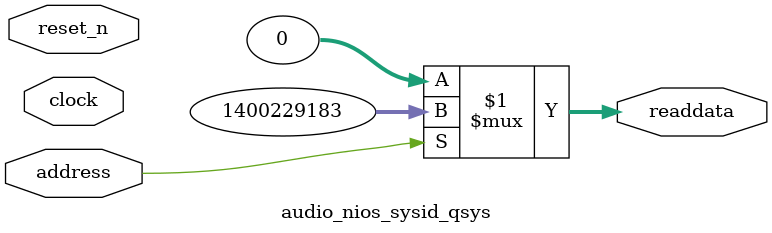
<source format=v>

`timescale 1ns / 1ps
// synthesis translate_on

// turn off superfluous verilog processor warnings 
// altera message_level Level1 
// altera message_off 10034 10035 10036 10037 10230 10240 10030 

module audio_nios_sysid_qsys (
               // inputs:
                address,
                clock,
                reset_n,

               // outputs:
                readdata
             )
;

  output  [ 31: 0] readdata;
  input            address;
  input            clock;
  input            reset_n;

  wire    [ 31: 0] readdata;
  //control_slave, which is an e_avalon_slave
  assign readdata = address ? 1400229183 : 0;

endmodule




</source>
